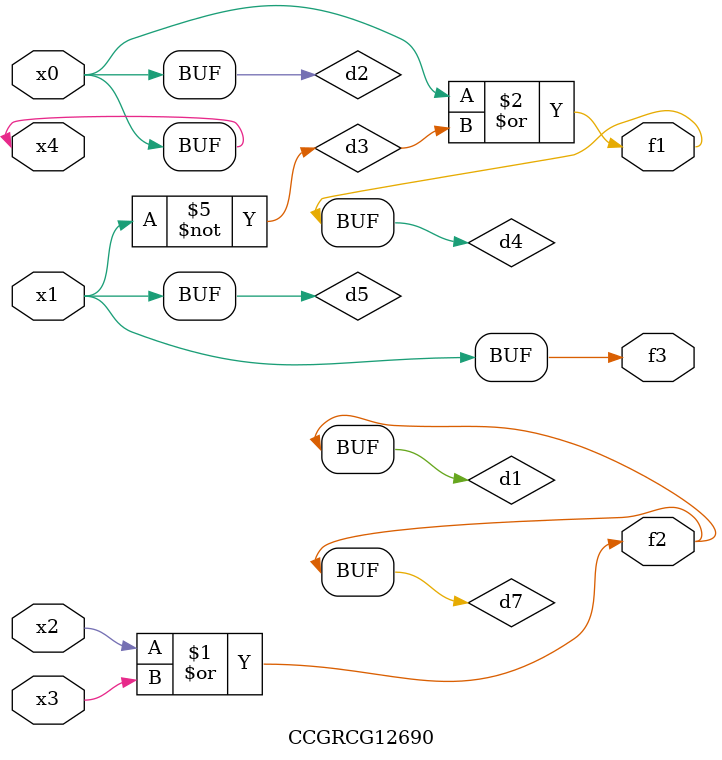
<source format=v>
module CCGRCG12690(
	input x0, x1, x2, x3, x4,
	output f1, f2, f3
);

	wire d1, d2, d3, d4, d5, d6, d7;

	or (d1, x2, x3);
	buf (d2, x0, x4);
	not (d3, x1);
	or (d4, d2, d3);
	not (d5, d3);
	nand (d6, d1, d3);
	or (d7, d1);
	assign f1 = d4;
	assign f2 = d7;
	assign f3 = d5;
endmodule

</source>
